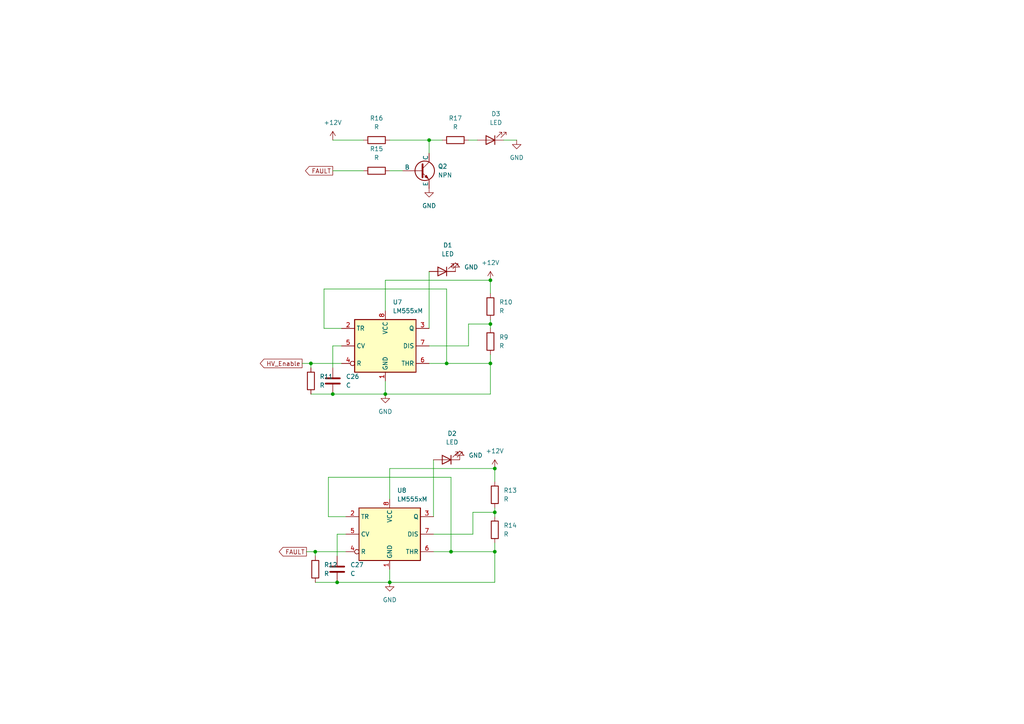
<source format=kicad_sch>
(kicad_sch (version 20250114) (generator "eeschema") (generator_version "9.0")
  (paper "A4")
  (lib_symbols
    (symbol "Device:C" (pin_numbers (hide yes)) (pin_names (offset 0.254))
      (property "Reference" "C" (at 0.635 2.54 0))
      (property "Value" "C" (at 0.635 -2.54 0))
      (symbol "C_0_1"
        (polyline (pts (xy -2.032 0.762) (xy 2.032 0.762)) (stroke (width 0.508)))
        (polyline (pts (xy -2.032 -0.762) (xy 2.032 -0.762)) (stroke (width 0.508)))
      )
      (symbol "C_1_1"
        (pin passive line (at 0 3.81 270) (length 2.794) (name "~") (number "1"))
        (pin passive line (at 0 -3.81 90) (length 2.794) (name "~") (number "2"))
      )
    )
    (symbol "Device:LED" (pin_numbers (hide yes)) (pin_names (offset 1.016) (hide yes))
      (property "Reference" "D" (at 0 2.54 0))
      (property "Value" "LED" (at 0 -2.54 0))
      (symbol "LED_0_1"
        (polyline (pts (xy -3.048 -0.762) (xy -4.572 -2.286) (xy -3.81 -2.286) (xy -4.572 -2.286) (xy -4.572 -1.524)))
        (polyline (pts (xy -1.778 -0.762) (xy -3.302 -2.286) (xy -2.54 -2.286) (xy -3.302 -2.286) (xy -3.302 -1.524)))
        (polyline (pts (xy -1.27 0) (xy 1.27 0)))
        (polyline (pts (xy -1.27 -1.27) (xy -1.27 1.27)) (stroke (width 0.254)))
        (polyline (pts (xy 1.27 -1.27) (xy 1.27 1.27) (xy -1.27 0) (xy 1.27 -1.27)) (stroke (width 0.254)))
      )
      (symbol "LED_1_1"
        (pin passive line (at -3.81 0 0) (length 2.54) (name "K") (number "1"))
        (pin passive line (at 3.81 0 180) (length 2.54) (name "A") (number "2"))
      )
    )
    (symbol "Device:R" (pin_numbers (hide yes)) (pin_names (offset 0))
      (property "Reference" "R" (at 2.032 0 90))
      (property "Value" "R" (at 0 0 90))
      (symbol "R_0_1"
        (rectangle (start -1.016 -2.54) (end 1.016 2.54) (stroke (width 0.254)))
      )
      (symbol "R_1_1"
        (pin passive line (at 0 3.81 270) (length 1.27) (name "~") (number "1"))
        (pin passive line (at 0 -3.81 90) (length 1.27) (name "~") (number "2"))
      )
    )
    (symbol "Simulation_SPICE:NPN" (pin_numbers (hide yes)) (pin_names (offset 0))
      (property "Reference" "Q" (at -2.54 7.62 0))
      (property "Value" "NPN" (at -2.54 5.08 0))
      (symbol "NPN_0_1"
        (polyline (pts (xy -2.54 0) (xy 0.635 0)) (stroke (width 0.1524)))
        (polyline (pts (xy 0.635 1.905) (xy 0.635 -1.905) (xy 0.635 -1.905)) (stroke (width 0.508)))
        (polyline (pts (xy 0.635 0.635) (xy 2.54 2.54)))
        (polyline (pts (xy 0.635 -0.635) (xy 2.54 -2.54) (xy 2.54 -2.54)))
        (circle (center 1.27 0) (radius 2.8194) (stroke (width 0.254)))
        (polyline (pts (xy 1.27 -1.778) (xy 1.778 -1.27) (xy 2.286 -2.286) (xy 1.27 -1.778) (xy 1.27 -1.778)) (fill (type outline)))
        (polyline (pts (xy 2.794 -1.27) (xy 2.794 -1.27)) (stroke (width 0.1524)))
        (polyline (pts (xy 2.794 -1.27) (xy 2.794 -1.27)) (stroke (width 0.1524)))
      )
      (symbol "NPN_1_1"
        (pin input line (at -5.08 0 0) (length 2.54) (name "B") (number "2"))
        (pin open_collector line (at 2.54 5.08 270) (length 2.54) (name "C") (number "1"))
        (pin open_emitter line (at 2.54 -5.08 90) (length 2.54) (name "E") (number "3"))
      )
    )
    (symbol "Timer:LM555xM"
      (property "Reference" "U" (at -10.16 8.89 0))
      (property "Value" "LM555xM" (at 2.54 8.89 0))
      (symbol "LM555xM_0_0"
        (pin power_in line (at 0 10.16 270) (length 2.54) (name "VCC") (number "8"))
        (pin power_in line (at 0 -10.16 90) (length 2.54) (name "GND") (number "1"))
      )
      (symbol "LM555xM_0_1"
        (rectangle (start -8.89 -7.62) (end 8.89 7.62) (stroke (width 0.254)) (fill (type background)))
        (rectangle (start -8.89 -7.62) (end 8.89 7.62) (stroke (width 0.254)) (fill (type background)))
      )
      (symbol "LM555xM_1_1"
        (pin input line (at -12.7 5.08 0) (length 3.81) (name "TR") (number "2"))
        (pin input line (at -12.7 0 0) (length 3.81) (name "CV") (number "5"))
        (pin input inverted (at -12.7 -5.08 0) (length 3.81) (name "R") (number "4"))
        (pin output line (at 12.7 5.08 180) (length 3.81) (name "Q") (number "3"))
        (pin input line (at 12.7 0 180) (length 3.81) (name "DIS") (number "7"))
        (pin input line (at 12.7 -5.08 180) (length 3.81) (name "THR") (number "6"))
      )
    )
    (symbol "power:+12V" (power) (pin_numbers (hide yes)) (pin_names (offset 0) (hide yes))
      (property "Value" "+12V" (at 0 3.556 0))
      (symbol "+12V_0_1"
        (polyline (pts (xy -0.762 1.27) (xy 0 2.54)))
        (polyline (pts (xy 0 2.54) (xy 0.762 1.27)))
        (polyline (pts (xy 0 0) (xy 0 2.54)))
      )
      (symbol "+12V_1_1"
        (pin power_in line (at 0 0 90) (length 0) (name "~") (number "1"))
      )
    )
    (symbol "power:GND" (power) (pin_numbers (hide yes)) (pin_names (offset 0) (hide yes))
      (property "Value" "GND" (at 0 -3.81 0))
      (symbol "GND_0_1"
        (polyline (pts (xy 0 0) (xy 0 -1.27) (xy 1.27 -1.27) (xy 0 -2.54) (xy -1.27 -1.27) (xy 0 -1.27)))
      )
      (symbol "GND_1_1"
        (pin power_in line (at 0 0 270) (length 0) (name "~") (number "1"))
      )
    )
  )
  (junction (at 142.24 93.98))
  (junction (at 130.81 160.02))
  (junction (at 129.54 105.41))
  (junction (at 96.52 114.3))
  (junction (at 113.03 168.91))
  (junction (at 143.51 148.59))
  (junction (at 90.17 105.41))
  (junction (at 142.24 81.28))
  (junction (at 124.46 40.64))
  (junction (at 97.79 168.91))
  (junction (at 143.51 160.02))
  (junction (at 91.44 160.02))
  (junction (at 142.24 105.41))
  (junction (at 111.76 114.3))
  (junction (at 143.51 135.89))
  (wire (pts (xy 129.54 105.41) (xy 142.24 105.41)))
  (wire (pts (xy 111.76 81.28) (xy 142.24 81.28)))
  (wire (pts (xy 113.03 135.89) (xy 143.51 135.89)))
  (wire (pts (xy 143.51 147.32) (xy 143.51 148.59)))
  (wire (pts (xy 113.03 40.64) (xy 124.46 40.64)))
  (wire (pts (xy 95.25 149.86) (xy 95.25 138.43)))
  (wire (pts (xy 99.06 95.25) (xy 93.98 95.25)))
  (wire (pts (xy 130.81 138.43) (xy 130.81 160.02)))
  (wire (pts (xy 125.73 154.94) (xy 137.16 154.94)))
  (wire (pts (xy 143.51 160.02) (xy 143.51 168.91)))
  (wire (pts (xy 111.76 81.28) (xy 111.76 90.17)))
  (wire (pts (xy 90.17 105.41) (xy 87.63 105.41)))
  (wire (pts (xy 142.24 102.87) (xy 142.24 105.41)))
  (wire (pts (xy 90.17 114.3) (xy 96.52 114.3)))
  (wire (pts (xy 129.54 83.82) (xy 129.54 105.41)))
  (wire (pts (xy 149.86 40.64) (xy 146.05 40.64)))
  (wire (pts (xy 143.51 168.91) (xy 113.03 168.91)))
  (wire (pts (xy 99.06 105.41) (xy 90.17 105.41)))
  (wire (pts (xy 137.16 148.59) (xy 143.51 148.59)))
  (wire (pts (xy 143.51 135.89) (xy 143.51 139.7)))
  (wire (pts (xy 124.46 100.33) (xy 135.89 100.33)))
  (wire (pts (xy 124.46 105.41) (xy 129.54 105.41)))
  (wire (pts (xy 96.52 40.64) (xy 105.41 40.64)))
  (wire (pts (xy 91.44 168.91) (xy 97.79 168.91)))
  (wire (pts (xy 142.24 92.71) (xy 142.24 93.98)))
  (wire (pts (xy 90.17 105.41) (xy 90.17 106.68)))
  (wire (pts (xy 96.52 100.33) (xy 99.06 100.33)))
  (wire (pts (xy 137.16 154.94) (xy 137.16 148.59)))
  (wire (pts (xy 97.79 154.94) (xy 100.33 154.94)))
  (wire (pts (xy 124.46 40.64) (xy 128.27 40.64)))
  (wire (pts (xy 135.89 40.64) (xy 138.43 40.64)))
  (wire (pts (xy 143.51 148.59) (xy 143.51 149.86)))
  (wire (pts (xy 124.46 40.64) (xy 124.46 44.45)))
  (wire (pts (xy 124.46 78.74) (xy 124.46 95.25)))
  (wire (pts (xy 93.98 83.82) (xy 129.54 83.82)))
  (wire (pts (xy 130.81 160.02) (xy 143.51 160.02)))
  (wire (pts (xy 95.25 138.43) (xy 130.81 138.43)))
  (wire (pts (xy 91.44 160.02) (xy 88.9 160.02)))
  (wire (pts (xy 142.24 81.28) (xy 142.24 85.09)))
  (wire (pts (xy 113.03 168.91) (xy 97.79 168.91)))
  (wire (pts (xy 113.03 135.89) (xy 113.03 144.78)))
  (wire (pts (xy 142.24 105.41) (xy 142.24 114.3)))
  (wire (pts (xy 100.33 160.02) (xy 91.44 160.02)))
  (wire (pts (xy 142.24 114.3) (xy 111.76 114.3)))
  (wire (pts (xy 142.24 93.98) (xy 142.24 95.25)))
  (wire (pts (xy 125.73 133.35) (xy 125.73 149.86)))
  (wire (pts (xy 113.03 49.53) (xy 116.84 49.53)))
  (wire (pts (xy 100.33 149.86) (xy 95.25 149.86)))
  (wire (pts (xy 125.73 160.02) (xy 130.81 160.02)))
  (wire (pts (xy 97.79 161.29) (xy 97.79 154.94)))
  (wire (pts (xy 91.44 160.02) (xy 91.44 161.29)))
  (wire (pts (xy 135.89 93.98) (xy 142.24 93.98)))
  (wire (pts (xy 111.76 110.49) (xy 111.76 114.3)))
  (wire (pts (xy 113.03 165.1) (xy 113.03 168.91)))
  (wire (pts (xy 93.98 95.25) (xy 93.98 83.82)))
  (wire (pts (xy 96.52 106.68) (xy 96.52 100.33)))
  (wire (pts (xy 96.52 49.53) (xy 105.41 49.53)))
  (wire (pts (xy 135.89 100.33) (xy 135.89 93.98)))
  (wire (pts (xy 143.51 157.48) (xy 143.51 160.02)))
  (wire (pts (xy 111.76 114.3) (xy 96.52 114.3)))
  (global_label "FAULT" (shape output) (at 96.52 49.53 180) (property "Intersheetrefs" "${INTERSHEET_REFS}" (effects (hide yes))))
  (global_label "FAULT" (shape output) (at 88.9 160.02 180) (property "Intersheetrefs" "${INTERSHEET_REFS}" (effects (hide yes))))
  (global_label "HV_Enable" (shape output) (at 87.63 105.41 180) (property "Intersheetrefs" "${INTERSHEET_REFS}" (effects (hide yes))))
  (symbol (lib_id "Device:R") (at 142.24 88.9 0) (unit 1)
    (property "Reference" "R10" (at 144.78 87.63 0) (effects (justify left)))
    (property "Value" "R" (at 144.78 90.1699 0) (effects (justify left)))
    (property "Description" "Resistor" (effects (hide yes)))
  )
  (symbol (lib_id "Device:R") (at 142.24 99.06 0) (unit 1)
    (property "Reference" "R9" (at 144.78 97.7899 0) (effects (justify left)))
    (property "Value" "R" (at 144.78 100.3299 0) (effects (justify left)))
    (property "Description" "Resistor" (effects (hide yes)))
  )
  (symbol (lib_id "Device:R") (at 90.17 110.49 0) (unit 1)
    (property "Reference" "R11" (at 92.71 109.2199 0) (effects (justify left)))
    (property "Value" "R" (at 92.71 111.7599 0) (effects (justify left)))
    (property "Description" "Resistor" (effects (hide yes)))
  )
  (symbol (lib_id "Device:R") (at 109.22 49.53 270) (unit 1)
    (property "Reference" "R15" (at 109.22 43.18 90))
    (property "Value" "R" (at 109.22 45.72 90))
    (property "Description" "Resistor" (effects (hide yes)))
  )
  (symbol (lib_id "power:GND") (at 132.08 78.74 180) (unit 1)
    (property "Reference" "#PWR026" (effects (hide yes)))
    (property "Value" "GND" (at 134.62 77.4699 0) (effects (justify right)))
    (property "Description" "Power symbol creates a global label with name \"GND\" , ground" (effects (hide yes)))
  )
  (symbol (lib_id "power:GND") (at 133.35 133.35 180) (unit 1)
    (property "Reference" "#PWR029" (effects (hide yes)))
    (property "Value" "GND" (at 135.89 132.0799 0) (effects (justify right)))
    (property "Description" "Power symbol creates a global label with name \"GND\" , ground" (effects (hide yes)))
  )
  (symbol (lib_id "Timer:LM555xM") (at 113.03 154.94 0) (unit 1)
    (property "Reference" "U8" (at 115.1733 142.24 0) (effects (justify left)))
    (property "Value" "LM555xM" (at 115.1733 144.78 0) (effects (justify left)))
    (property "Footprint" "Package_SO:SOIC-8_3.9x4.9mm_P1.27mm" (effects (hide yes)))
    (property "Datasheet" "http://www.ti.com/lit/ds/symlink/lm555.pdf" (effects (hide yes)))
    (property "Description" "Timer, 555 compatible, SOIC-8" (effects (hide yes)))
  )
  (symbol (lib_id "Device:LED") (at 128.27 78.74 180) (unit 1)
    (property "Reference" "D1" (at 129.8575 71.12 0))
    (property "Value" "LED" (at 129.8575 73.66 0))
    (property "Description" "Light emitting diode" (effects (hide yes)))
    (property "Sim.Pins" "1=K 2=A" (effects (hide yes)))
  )
  (symbol (lib_id "power:+12V") (at 96.52 40.64 0) (unit 1)
    (property "Reference" "#PWR032" (effects (hide yes)))
    (property "Value" "+12V" (at 96.52 35.56 0))
    (property "Description" "Power symbol creates a global label with name \"+12V\"" (effects (hide yes)))
  )
  (symbol (lib_id "Device:R") (at 109.22 40.64 270) (unit 1)
    (property "Reference" "R16" (at 109.22 34.29 90))
    (property "Value" "R" (at 109.22 36.83 90))
    (property "Description" "Resistor" (effects (hide yes)))
  )
  (symbol (lib_id "power:+12V") (at 142.24 81.28 0) (unit 1)
    (property "Reference" "#PWR027" (effects (hide yes)))
    (property "Value" "+12V" (at 142.24 76.2 0))
    (property "Description" "Power symbol creates a global label with name \"+12V\"" (effects (hide yes)))
  )
  (symbol (lib_id "Device:LED") (at 142.24 40.64 180) (unit 1)
    (property "Reference" "D3" (at 143.8275 33.02 0))
    (property "Value" "LED" (at 143.8275 35.56 0))
    (property "Description" "Light emitting diode" (effects (hide yes)))
    (property "Sim.Pins" "1=K 2=A" (effects (hide yes)))
  )
  (symbol (lib_id "Device:C") (at 96.52 110.49 0) (unit 1)
    (property "Reference" "C26" (at 100.33 109.2199 0) (effects (justify left)))
    (property "Value" "C" (at 100.33 111.7599 0) (effects (justify left)))
    (property "Description" "Unpolarized capacitor" (effects (hide yes)))
  )
  (symbol (lib_id "Device:R") (at 143.51 153.67 0) (unit 1)
    (property "Reference" "R14" (at 146.05 152.3999 0) (effects (justify left)))
    (property "Value" "R" (at 146.05 154.9399 0) (effects (justify left)))
    (property "Description" "Resistor" (effects (hide yes)))
  )
  (symbol (lib_id "Device:LED") (at 129.54 133.35 180) (unit 1)
    (property "Reference" "D2" (at 131.1275 125.73 0))
    (property "Value" "LED" (at 131.1275 128.27 0))
    (property "Description" "Light emitting diode" (effects (hide yes)))
    (property "Sim.Pins" "1=K 2=A" (effects (hide yes)))
  )
  (symbol (lib_id "Timer:LM555xM") (at 111.76 100.33 0) (unit 1)
    (property "Reference" "U7" (at 113.9033 87.63 0) (effects (justify left)))
    (property "Value" "LM555xM" (at 113.9033 90.17 0) (effects (justify left)))
    (property "Footprint" "Package_SO:SOIC-8_3.9x4.9mm_P1.27mm" (effects (hide yes)))
    (property "Datasheet" "http://www.ti.com/lit/ds/symlink/lm555.pdf" (effects (hide yes)))
    (property "Description" "Timer, 555 compatible, SOIC-8" (effects (hide yes)))
  )
  (symbol (lib_id "Device:C") (at 97.79 165.1 0) (unit 1)
    (property "Reference" "C27" (at 101.6 163.8299 0) (effects (justify left)))
    (property "Value" "C" (at 101.6 166.3699 0) (effects (justify left)))
    (property "Description" "Unpolarized capacitor" (effects (hide yes)))
  )
  (symbol (lib_id "power:+12V") (at 143.51 135.89 0) (unit 1)
    (property "Reference" "#PWR030" (effects (hide yes)))
    (property "Value" "+12V" (at 143.51 130.81 0))
    (property "Description" "Power symbol creates a global label with name \"+12V\"" (effects (hide yes)))
  )
  (symbol (lib_id "Simulation_SPICE:NPN") (at 121.92 49.53 0) (unit 1)
    (property "Reference" "Q2" (at 127 48.2599 0) (effects (justify left)))
    (property "Value" "NPN" (at 127 50.7999 0) (effects (justify left)))
    (property "Datasheet" "https://ngspice.sourceforge.io/docs/ngspice-html-manual/manual.xhtml#cha_BJTs" (effects (hide yes)))
    (property "Description" "Bipolar transistor symbol for simulation only, substrate tied to the emitter" (effects (hide yes)))
    (property "Sim.Device" "NPN" (effects (hide yes)))
    (property "Sim.Type" "GUMMELPOON" (effects (hide yes)))
    (property "Sim.Pins" "1=C 2=B 3=E" (effects (hide yes)))
  )
  (symbol (lib_id "power:GND") (at 113.03 168.91 0) (unit 1)
    (property "Reference" "#PWR025" (effects (hide yes)))
    (property "Value" "GND" (at 113.03 173.99 0))
    (property "Description" "Power symbol creates a global label with name \"GND\" , ground" (effects (hide yes)))
  )
  (symbol (lib_id "Device:R") (at 132.08 40.64 270) (unit 1)
    (property "Reference" "R17" (at 132.08 34.29 90))
    (property "Value" "R" (at 132.08 36.83 90))
    (property "Description" "Resistor" (effects (hide yes)))
  )
  (symbol (lib_id "power:GND") (at 111.76 114.3 0) (unit 1)
    (property "Reference" "#PWR028" (effects (hide yes)))
    (property "Value" "GND" (at 111.76 119.38 0))
    (property "Description" "Power symbol creates a global label with name \"GND\" , ground" (effects (hide yes)))
  )
  (symbol (lib_id "Device:R") (at 143.51 143.51 0) (unit 1)
    (property "Reference" "R13" (at 146.05 142.24 0) (effects (justify left)))
    (property "Value" "R" (at 146.05 144.7799 0) (effects (justify left)))
    (property "Description" "Resistor" (effects (hide yes)))
  )
  (symbol (lib_id "Device:R") (at 91.44 165.1 0) (unit 1)
    (property "Reference" "R12" (at 93.98 163.8299 0) (effects (justify left)))
    (property "Value" "R" (at 93.98 166.3699 0) (effects (justify left)))
    (property "Description" "Resistor" (effects (hide yes)))
  )
  (symbol (lib_id "power:GND") (at 149.86 40.64 0) (unit 1)
    (property "Reference" "#PWR033" (effects (hide yes)))
    (property "Value" "GND" (at 149.86 45.72 0))
    (property "Description" "Power symbol creates a global label with name \"GND\" , ground" (effects (hide yes)))
  )
  (symbol (lib_id "power:GND") (at 124.46 54.61 0) (unit 1)
    (property "Reference" "#PWR031" (effects (hide yes)))
    (property "Value" "GND" (at 124.46 59.69 0))
    (property "Description" "Power symbol creates a global label with name \"GND\" , ground" (effects (hide yes)))
  )
)
</source>
